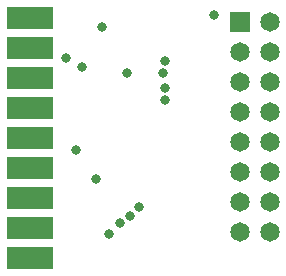
<source format=gbs>
G04 Layer_Color=8150272*
%FSLAX25Y25*%
%MOIN*%
G70*
G01*
G75*
%ADD26R,0.15200X0.07800*%
%ADD32C,0.06509*%
%ADD33R,0.06509X0.06509*%
%ADD34C,0.03200*%
D26*
X110000Y252500D02*
D03*
Y262500D02*
D03*
Y272500D02*
D03*
Y282500D02*
D03*
Y292500D02*
D03*
Y302500D02*
D03*
Y312500D02*
D03*
Y322500D02*
D03*
Y332500D02*
D03*
D32*
X190000Y261000D02*
D03*
Y271000D02*
D03*
Y281000D02*
D03*
Y291000D02*
D03*
Y301000D02*
D03*
Y311000D02*
D03*
Y321000D02*
D03*
Y331000D02*
D03*
X180000Y261000D02*
D03*
Y271000D02*
D03*
Y281000D02*
D03*
Y291000D02*
D03*
Y301000D02*
D03*
Y311000D02*
D03*
Y321000D02*
D03*
D33*
Y331000D02*
D03*
D34*
X143500Y266500D02*
D03*
X140000Y264000D02*
D03*
X136500Y260500D02*
D03*
X146500Y269500D02*
D03*
X154500Y314000D02*
D03*
X155000Y318000D02*
D03*
X122000Y319000D02*
D03*
X171500Y333500D02*
D03*
X134000Y329500D02*
D03*
X155000Y309000D02*
D03*
X142500Y314000D02*
D03*
X127500Y316000D02*
D03*
X132000Y278900D02*
D03*
X125500Y288500D02*
D03*
X155000Y305000D02*
D03*
M02*

</source>
